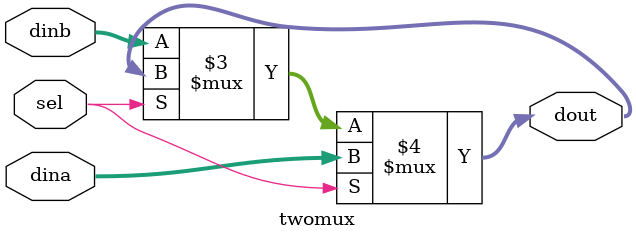
<source format=v>
`define WIRE_PART 1

module twomux(dina, dinb, sel, dout);
input [3:0] dina,dinb;
input sel;
output [3:0] dout;


`ifdef WIRE_PART
wire [3:0] dout;
assign dout[3:0] = (sel == 1'b1) ? dina[3:0] :
                   (sel == 1'b0) ? dinb[3:0] :
                   dout[3:0];
`else
reg [3:0] dout;
always @(*)
begin 
    case (sel)
    1'b1:
    dout[3:0] = dina[3:0];
    1'b0:
    dout[3:0] = dinb[3:0];
    default:
    dout[3:0] = dout[3:0];
    endcase
end
`endif

endmodule

</source>
